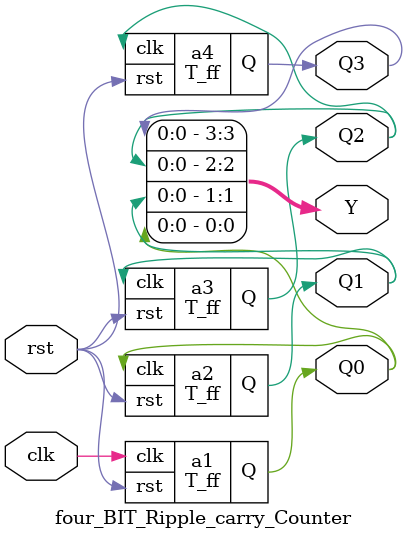
<source format=v>

module T_ff(
input clk,rst,
output reg  Q);

always@(negedge clk)
begin 
if(rst == 1'b1)
    Q<= 1'b0;
    else 
    Q<= ~Q;
    end 
    endmodule


module four_BIT_Ripple_carry_Counter(
  input clk,rst,
  output Q0,Q1,Q2,Q3,
  output [3:0]Y);
  
 T_ff a1(.clk(clk), .rst(rst), .Q(Q0));
 T_ff a2(.clk(Q0), .rst(rst), .Q(Q1));
 T_ff a3(.clk(Q1), .rst(rst), .Q(Q2));
 T_ff a4(.clk(Q2), .rst(rst), .Q(Q3));
  assign Y = {Q3,Q2,Q1,Q0};
   
endmodule

</source>
